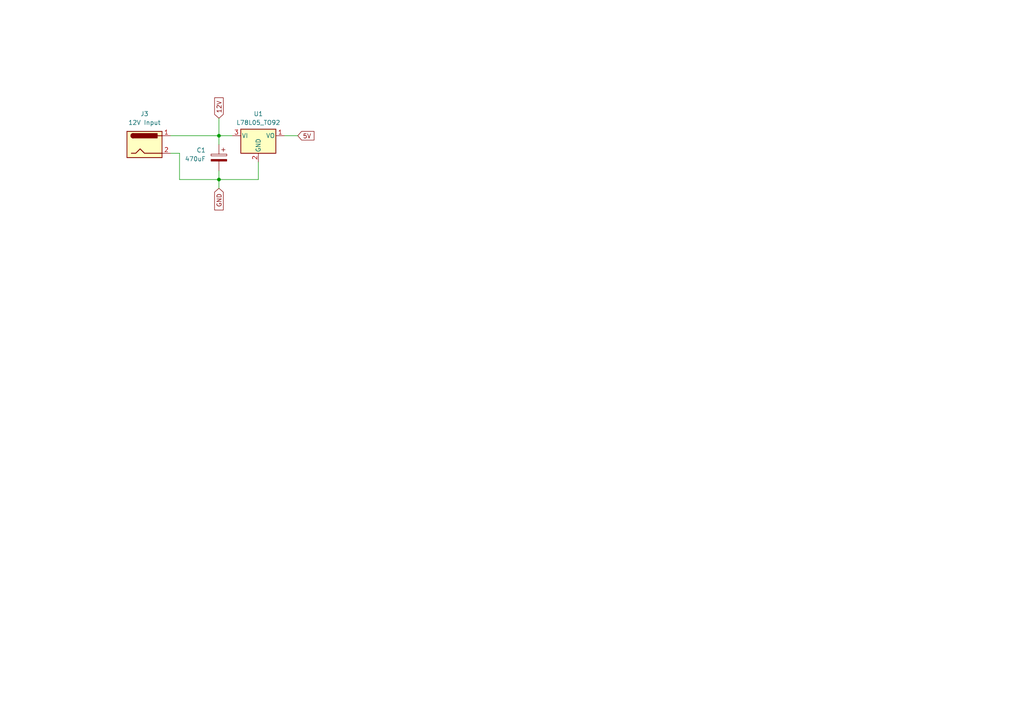
<source format=kicad_sch>
(kicad_sch (version 20230121) (generator eeschema)
  (paper "A4")
  (lib_symbols
    (symbol "Connector:Barrel_Jack" (pin_names (offset 1.016))
      (property "Reference" "J" (at 0 5.334 0))
      (property "Value" "Barrel_Jack" (at 0 -5.08 0))
      (symbol "Barrel_Jack_0_1"
        (rectangle (start -5.08 3.81) (end 5.08 -3.81) (stroke (width 0.254)) (fill (type background)))
        (arc (start -3.302 3.175) (mid -3.9343 2.54) (end -3.302 1.905) (stroke (width 0.254)))
        (arc (start -3.302 3.175) (mid -3.9343 2.54) (end -3.302 1.905) (stroke (width 0.254)) (fill (type outline)))
        (polyline (pts (xy 5.08 2.54) (xy 3.81 2.54)) (stroke (width 0.254)))
        (polyline (pts (xy -3.81 -2.54) (xy -2.54 -2.54) (xy -1.27 -1.27) (xy 0 -2.54) (xy 2.54 -2.54) (xy 5.08 -2.54)) (stroke (width 0.254)))
        (rectangle (start 3.683 3.175) (end -3.302 1.905) (stroke (width 0.254)) (fill (type outline)))
      )
      (symbol "Barrel_Jack_1_1"
        (pin passive line (at 7.62 2.54 180) (length 2.54) (name "~") (number "1"))
        (pin passive line (at 7.62 -2.54 180) (length 2.54) (name "~") (number "2"))
      )
    )
    (symbol "Device:C_Polarized" (pin_numbers hide) (pin_names (offset 0.254))
      (property "Reference" "C" (at 0.635 2.54 0))
      (property "Value" "C_Polarized" (at 0.635 -2.54 0))
      (symbol "C_Polarized_0_1"
        (rectangle (start -2.286 0.508) (end 2.286 1.016))
        (polyline (pts (xy -1.778 2.286) (xy -0.762 2.286)))
        (polyline (pts (xy -1.27 2.794) (xy -1.27 1.778)))
        (rectangle (start 2.286 -0.508) (end -2.286 -1.016) (fill (type outline)))
      )
      (symbol "C_Polarized_1_1"
        (pin passive line (at 0 3.81 270) (length 2.794) (name "~") (number "1"))
        (pin passive line (at 0 -3.81 90) (length 2.794) (name "~") (number "2"))
      )
    )
    (symbol "Regulator_Linear:L78L05_TO92" (pin_names (offset 0.254))
      (property "Reference" "U" (at -3.81 3.175 0))
      (property "Value" "L78L05_TO92" (at 0 3.175 0))
      (symbol "L78L05_TO92_0_1"
        (rectangle (start -5.08 -5.08) (end 5.08 1.905) (stroke (width 0.254)) (fill (type background)))
      )
      (symbol "L78L05_TO92_1_1"
        (pin power_out line (at 7.62 0 180) (length 2.54) (name "VO") (number "1"))
        (pin power_in line (at 0 -7.62 90) (length 2.54) (name "GND") (number "2"))
        (pin power_in line (at -7.62 0 0) (length 2.54) (name "VI") (number "3"))
      )
    )
  )
  (junction (at 63.5 52.07))
  (junction (at 63.5 39.37))
  (wire (pts (xy 63.5 39.37) (xy 63.5 41.91)))
  (wire (pts (xy 63.5 34.29) (xy 63.5 39.37)))
  (wire (pts (xy 52.07 44.45) (xy 52.07 52.07)))
  (wire (pts (xy 74.93 52.07) (xy 74.93 46.99)))
  (wire (pts (xy 63.5 49.53) (xy 63.5 52.07)))
  (wire (pts (xy 52.07 52.07) (xy 63.5 52.07)))
  (wire (pts (xy 74.93 52.07) (xy 63.5 52.07)))
  (wire (pts (xy 86.36 39.37) (xy 82.55 39.37)))
  (wire (pts (xy 49.53 44.45) (xy 52.07 44.45)))
  (wire (pts (xy 67.31 39.37) (xy 63.5 39.37)))
  (wire (pts (xy 49.53 39.37) (xy 63.5 39.37)))
  (wire (pts (xy 63.5 52.07) (xy 63.5 54.61)))
  (global_label "12V" (shape input) (at 63.5 34.29 90) (property "Intersheetrefs" "${INTERSHEET_REFS}" (effects hide)))
  (global_label "5V" (shape input) (at 86.36 39.37 0) (property "Intersheetrefs" "${INTERSHEET_REFS}" (effects hide)))
  (global_label "GND" (shape input) (at 63.5 54.61 270) (property "Intersheetrefs" "${INTERSHEET_REFS}" (effects hide)))
  (symbol (lib_id "Device:C_Polarized") (at 63.5 45.72 0) (mirror y) (unit 1)
    (property "Reference" "C1" (at 59.69 43.561 0) (effects (justify left)))
    (property "Value" "470uF" (at 59.69 46.101 0) (effects (justify left)))
    (property "Footprint" "Capacitor_THT:CP_Radial_D16.0mm_P7.50mm" (effects hide))
  )
  (symbol (lib_id "Regulator_Linear:L78L05_TO92") (at 74.93 39.37 0) (unit 1)
    (property "Reference" "U1" (at 74.93 33.02 0))
    (property "Value" "L78L05_TO92" (at 74.93 35.56 0))
    (property "Footprint" "Package_TO_SOT_THT:TO-92_Inline" (effects hide))
    (property "Datasheet" "http://www.st.com/content/ccc/resource/technical/document/datasheet/15/55/e5/aa/23/5b/43/fd/CD00000446.pdf/files/CD00000446.pdf/jcr:content/translations/en.CD00000446.pdf" (effects hide))
  )
  (symbol (lib_id "Connector:Barrel_Jack") (at 41.91 41.91 0) (unit 1)
    (property "Reference" "J3" (at 41.91 33.02 0))
    (property "Value" "12V Input" (at 41.91 35.56 0))
    (property "Footprint" "Connector_BarrelJack:BarrelJack_SwitchcraftConxall_RAPC10U_Horizontal" (effects hide))
  )
)
</source>
